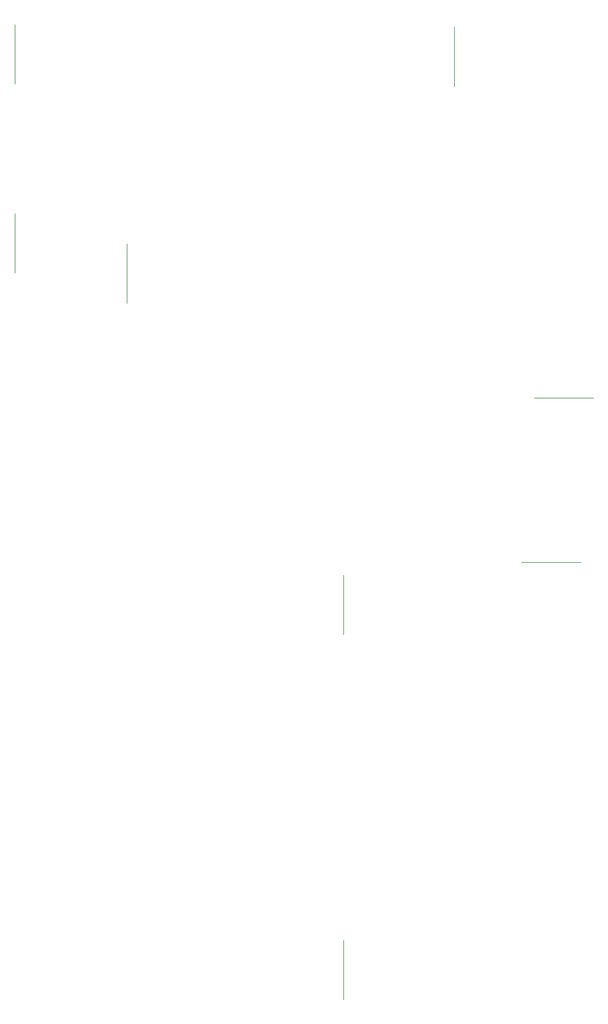
<source format=gbo>
%TF.GenerationSoftware,KiCad,Pcbnew,(6.0.6)*%
%TF.CreationDate,2022-10-07T01:41:05+08:00*%
%TF.ProjectId,7SegmentDisplay_DualLine_NoDriver_10Inches(2),37536567-6d65-46e7-9444-6973706c6179,rev?*%
%TF.SameCoordinates,Original*%
%TF.FileFunction,Legend,Bot*%
%TF.FilePolarity,Positive*%
%FSLAX46Y46*%
G04 Gerber Fmt 4.6, Leading zero omitted, Abs format (unit mm)*
G04 Created by KiCad (PCBNEW (6.0.6)) date 2022-10-07 01:41:05*
%MOMM*%
%LPD*%
G01*
G04 APERTURE LIST*
%ADD10C,0.120000*%
%ADD11R,1.800000X1.800000*%
%ADD12C,1.800000*%
%ADD13C,1.600000*%
%ADD14O,1.600000X1.600000*%
%ADD15R,1.700000X1.700000*%
%ADD16O,1.700000X1.700000*%
%ADD17C,1.400000*%
%ADD18O,1.400000X1.400000*%
%ADD19C,0.900000*%
%ADD20C,8.000000*%
G04 APERTURE END LIST*
D10*
%TO.C,REF\u002A\u002A*%
X367000000Y-53086000D02*
X367000000Y-61214000D01*
X436656000Y-127000000D02*
X444784000Y-127000000D01*
X412200000Y-136914000D02*
X412200000Y-128786000D01*
X382400000Y-83286000D02*
X382400000Y-91414000D01*
X438456000Y-104400000D02*
X446584000Y-104400000D01*
X427400000Y-53456000D02*
X427400000Y-61584000D01*
X367000000Y-79086000D02*
X367000000Y-87214000D01*
X412200000Y-187114000D02*
X412200000Y-178986000D01*
%TD*%
%LPC*%
D11*
%TO.C,REF\u002A\u002A*%
X372025000Y-193942574D03*
D12*
X369485000Y-193942574D03*
%TD*%
D11*
%TO.C,REF\u002A\u002A*%
X372160000Y-67420074D03*
D12*
X369620000Y-67420074D03*
%TD*%
D11*
%TO.C,REF\u002A\u002A*%
X458524960Y40999932D03*
D12*
X455984960Y40999932D03*
%TD*%
D11*
%TO.C,REF\u002A\u002A*%
X323775040Y-175545080D03*
D12*
X321235040Y-175545080D03*
%TD*%
D11*
%TO.C,REF\u002A\u002A*%
X432345000Y-193942574D03*
D12*
X429805000Y-193942574D03*
%TD*%
D11*
%TO.C,REF\u002A\u002A*%
X450524960Y-19000068D03*
D12*
X447984960Y-19000068D03*
%TD*%
D11*
%TO.C,REF\u002A\u002A*%
X327775040Y-183295080D03*
D12*
X325235040Y-183295080D03*
%TD*%
D11*
%TO.C,REF\u002A\u002A*%
X323775040Y-100545080D03*
D12*
X321235040Y-100545080D03*
%TD*%
D13*
%TO.C,REF\u002A\u002A*%
X345580000Y-48875074D03*
D14*
X335420000Y-48875074D03*
%TD*%
D11*
%TO.C,REF\u002A\u002A*%
X450275000Y-160670074D03*
D12*
X447735000Y-160670074D03*
%TD*%
D13*
%TO.C,REF\u002A\u002A*%
X352025000Y-199692574D03*
D14*
X341865000Y-199692574D03*
%TD*%
D11*
%TO.C,REF\u002A\u002A*%
X440269960Y59249932D03*
D12*
X437729960Y59249932D03*
%TD*%
D11*
%TO.C,REF\u002A\u002A*%
X324025000Y-26375074D03*
D12*
X321485000Y-26375074D03*
%TD*%
D13*
%TO.C,REF\u002A\u002A*%
X471830000Y-78170074D03*
D14*
X461670000Y-78170074D03*
%TD*%
D11*
%TO.C,REF\u002A\u002A*%
X447540000Y-63670074D03*
D12*
X445000000Y-63670074D03*
%TD*%
D11*
%TO.C,REF\u002A\u002A*%
X379949960Y67249932D03*
D12*
X377409960Y67249932D03*
%TD*%
D11*
%TO.C,REF\u002A\u002A*%
X424805000Y-193942574D03*
D12*
X422265000Y-193942574D03*
%TD*%
D11*
%TO.C,REF\u002A\u002A*%
X379700000Y-59420074D03*
D12*
X377160000Y-59420074D03*
%TD*%
D11*
%TO.C,REF\u002A\u002A*%
X424805000Y-185942574D03*
D12*
X422265000Y-185942574D03*
%TD*%
D11*
%TO.C,REF\u002A\u002A*%
X458524960Y33499932D03*
D12*
X455984960Y33499932D03*
%TD*%
D11*
%TO.C,REF\u002A\u002A*%
X331775040Y-85545080D03*
D12*
X329235040Y-85545080D03*
%TD*%
D11*
%TO.C,REF\u002A\u002A*%
X331775040Y-78045080D03*
D12*
X329235040Y-78045080D03*
%TD*%
D11*
%TO.C,REF\u002A\u002A*%
X458275000Y-138170074D03*
D12*
X455735000Y-138170074D03*
%TD*%
D11*
%TO.C,REF\u002A\u002A*%
X447789960Y62999932D03*
D12*
X445249960Y62999932D03*
%TD*%
D11*
%TO.C,REF\u002A\u002A*%
X424940000Y-59420074D03*
D12*
X422400000Y-59420074D03*
%TD*%
D11*
%TO.C,REF\u002A\u002A*%
X323775040Y-115545080D03*
D12*
X321235040Y-115545080D03*
%TD*%
D11*
%TO.C,REF\u002A\u002A*%
X332025000Y-48875074D03*
D12*
X329485000Y-48875074D03*
%TD*%
D11*
%TO.C,REF\u002A\u002A*%
X432345000Y-185942574D03*
D12*
X429805000Y-185942574D03*
%TD*%
D11*
%TO.C,REF\u002A\u002A*%
X425189960Y59249932D03*
D12*
X422649960Y59249932D03*
%TD*%
D11*
%TO.C,REF\u002A\u002A*%
X450524960Y-41500068D03*
D12*
X447984960Y-41500068D03*
%TD*%
D11*
%TO.C,REF\u002A\u002A*%
X417649960Y59249932D03*
D12*
X415109960Y59249932D03*
%TD*%
D15*
%TO.C,REF\u002A\u002A*%
X404840000Y-140600000D03*
D16*
X402300000Y-140600000D03*
X399760000Y-140600000D03*
X397220000Y-140600000D03*
X394680000Y-140600000D03*
X392140000Y-140600000D03*
X389600000Y-140600000D03*
X387060000Y-140600000D03*
%TD*%
D11*
%TO.C,REF\u002A\u002A*%
X458524960Y-4000068D03*
D12*
X455984960Y-4000068D03*
%TD*%
D11*
%TO.C,REF\u002A\u002A*%
X387240000Y-67420074D03*
D12*
X384700000Y-67420074D03*
%TD*%
D11*
%TO.C,REF\u002A\u002A*%
X439885000Y-185942574D03*
D12*
X437345000Y-185942574D03*
%TD*%
D13*
%TO.C,REF\u002A\u002A*%
X425000000Y-82250074D03*
D14*
X425000000Y-72090074D03*
%TD*%
D13*
%TO.C,REF\u002A\u002A*%
X472079960Y-26500068D03*
D14*
X461919960Y-26500068D03*
%TD*%
D11*
%TO.C,REF\u002A\u002A*%
X450524960Y-26500068D03*
D12*
X447984960Y-26500068D03*
%TD*%
D11*
%TO.C,REF\u002A\u002A*%
X454524960Y56249932D03*
D12*
X451984960Y56249932D03*
%TD*%
D11*
%TO.C,REF\u002A\u002A*%
X372409960Y67249932D03*
D12*
X369869960Y67249932D03*
%TD*%
D11*
%TO.C,REF\u002A\u002A*%
X331775040Y-145545080D03*
D12*
X329235040Y-145545080D03*
%TD*%
D17*
%TO.C,REF\u002A\u002A*%
X367000000Y-62230000D03*
D18*
X367000000Y-52070000D03*
%TD*%
D11*
%TO.C,REF\u002A\u002A*%
X323775040Y-160545080D03*
D12*
X321235040Y-160545080D03*
%TD*%
D11*
%TO.C,REF\u002A\u002A*%
X450524960Y48499932D03*
D12*
X447984960Y48499932D03*
%TD*%
D13*
%TO.C,REF\u002A\u002A*%
X345330040Y-78045080D03*
D14*
X335170040Y-78045080D03*
%TD*%
D13*
%TO.C,REF\u002A\u002A*%
X387115000Y-208772574D03*
D14*
X387115000Y-198612574D03*
%TD*%
D11*
%TO.C,REF\u002A\u002A*%
X331775040Y-123045080D03*
D12*
X329235040Y-123045080D03*
%TD*%
D11*
%TO.C,REF\u002A\u002A*%
X364869960Y67249932D03*
D12*
X362329960Y67249932D03*
%TD*%
D11*
%TO.C,REF\u002A\u002A*%
X394645000Y-193942574D03*
D12*
X392105000Y-193942574D03*
%TD*%
D11*
%TO.C,REF\u002A\u002A*%
X450524960Y-11500068D03*
D12*
X447984960Y-11500068D03*
%TD*%
D11*
%TO.C,REF\u002A\u002A*%
X332025000Y3624926D03*
D12*
X329485000Y3624926D03*
%TD*%
D13*
%TO.C,REF\u002A\u002A*%
X387499960Y44419932D03*
D14*
X387499960Y54579932D03*
%TD*%
D13*
%TO.C,REF\u002A\u002A*%
X345580000Y41124926D03*
D14*
X335420000Y41124926D03*
%TD*%
D13*
%TO.C,REF\u002A\u002A*%
X437365000Y-208772574D03*
D14*
X437365000Y-198612574D03*
%TD*%
D11*
%TO.C,REF\u002A\u002A*%
X458524960Y25999932D03*
D12*
X455984960Y25999932D03*
%TD*%
D17*
%TO.C,REF\u002A\u002A*%
X445800000Y-127000000D03*
D18*
X435640000Y-127000000D03*
%TD*%
D11*
%TO.C,REF\u002A\u002A*%
X432480000Y-59420074D03*
D12*
X429940000Y-59420074D03*
%TD*%
D11*
%TO.C,REF\u002A\u002A*%
X395029960Y67249932D03*
D12*
X392489960Y67249932D03*
%TD*%
D11*
%TO.C,REF\u002A\u002A*%
X417265000Y-193942574D03*
D12*
X414725000Y-193942574D03*
%TD*%
D13*
%TO.C,REF\u002A\u002A*%
X472079960Y48499932D03*
D14*
X461919960Y48499932D03*
%TD*%
D13*
%TO.C,REF\u002A\u002A*%
X345330040Y-108045080D03*
D14*
X335170040Y-108045080D03*
%TD*%
D11*
%TO.C,REF\u002A\u002A*%
X450524960Y3499932D03*
D12*
X447984960Y3499932D03*
%TD*%
D17*
%TO.C,REF\u002A\u002A*%
X412200000Y-127770000D03*
D18*
X412200000Y-137930000D03*
%TD*%
D17*
%TO.C,REF\u002A\u002A*%
X382400000Y-92430000D03*
D18*
X382400000Y-82270000D03*
%TD*%
D11*
%TO.C,REF\u002A\u002A*%
X450524960Y-34000068D03*
D12*
X447984960Y-34000068D03*
%TD*%
D11*
%TO.C,REF\u002A\u002A*%
X450275000Y-93170074D03*
D12*
X447735000Y-93170074D03*
%TD*%
D11*
%TO.C,REF\u002A\u002A*%
X394780000Y-67420074D03*
D12*
X392240000Y-67420074D03*
%TD*%
D11*
%TO.C,REF\u002A\u002A*%
X331775040Y-115545080D03*
D12*
X329235040Y-115545080D03*
%TD*%
D11*
%TO.C,REF\u002A\u002A*%
X324025000Y-3875074D03*
D12*
X321485000Y-3875074D03*
%TD*%
D11*
%TO.C,REF\u002A\u002A*%
X332025000Y-18875074D03*
D12*
X329485000Y-18875074D03*
%TD*%
D11*
%TO.C,REF\u002A\u002A*%
X332025000Y-41375074D03*
D12*
X329485000Y-41375074D03*
%TD*%
D11*
%TO.C,REF\u002A\u002A*%
X450275000Y-108170074D03*
D12*
X447735000Y-108170074D03*
%TD*%
D11*
%TO.C,REF\u002A\u002A*%
X458275000Y-175670074D03*
D12*
X455735000Y-175670074D03*
%TD*%
D11*
%TO.C,REF\u002A\u002A*%
X387105000Y-193942574D03*
D12*
X384565000Y-193942574D03*
%TD*%
D11*
%TO.C,REF\u002A\u002A*%
X387240000Y-59420074D03*
D12*
X384700000Y-59420074D03*
%TD*%
D11*
%TO.C,REF\u002A\u002A*%
X439885000Y-193942574D03*
D12*
X437345000Y-193942574D03*
%TD*%
D11*
%TO.C,REF\u002A\u002A*%
X458275000Y-93170074D03*
D12*
X455735000Y-93170074D03*
%TD*%
D11*
%TO.C,REF\u002A\u002A*%
X450524960Y25999932D03*
D12*
X447984960Y25999932D03*
%TD*%
D19*
%TO.C,REF\u002A\u002A*%
X484250000Y-206250074D03*
X487250000Y-203250074D03*
X482128680Y-205371394D03*
X481250000Y-203250074D03*
X482128680Y-201128754D03*
X484250000Y-200250074D03*
X486371320Y-201128754D03*
X486371320Y-205371394D03*
D20*
X484250000Y-203250074D03*
%TD*%
D19*
%TO.C,REF\u002A\u002A*%
X304128680Y69871246D03*
X304128680Y65628606D03*
D20*
X306250000Y67749926D03*
D19*
X306250000Y64749926D03*
X308371320Y65628606D03*
X309250000Y67749926D03*
X306250000Y70749926D03*
X303250000Y67749926D03*
X308371320Y69871246D03*
%TD*%
D11*
%TO.C,REF\u002A\u002A*%
X409725000Y-185942574D03*
D12*
X407185000Y-185942574D03*
%TD*%
D11*
%TO.C,REF\u002A\u002A*%
X410109960Y67249932D03*
D12*
X407569960Y67249932D03*
%TD*%
D11*
%TO.C,REF\u002A\u002A*%
X324025000Y41124926D03*
D12*
X321485000Y41124926D03*
%TD*%
D13*
%TO.C,REF\u002A\u002A*%
X472079960Y-34000068D03*
D14*
X461919960Y-34000068D03*
%TD*%
D11*
%TO.C,REF\u002A\u002A*%
X432480000Y-67420074D03*
D12*
X429940000Y-67420074D03*
%TD*%
D13*
%TO.C,REF\u002A\u002A*%
X472079960Y40999932D03*
D14*
X461919960Y40999932D03*
%TD*%
D11*
%TO.C,REF\u002A\u002A*%
X425189960Y67249932D03*
D12*
X422649960Y67249932D03*
%TD*%
D13*
%TO.C,REF\u002A\u002A*%
X472079960Y-4000068D03*
D14*
X461919960Y-4000068D03*
%TD*%
D11*
%TO.C,REF\u002A\u002A*%
X324025000Y3624926D03*
D12*
X321485000Y3624926D03*
%TD*%
D11*
%TO.C,REF\u002A\u002A*%
X324025000Y18624926D03*
D12*
X321485000Y18624926D03*
%TD*%
D11*
%TO.C,REF\u002A\u002A*%
X450275000Y-100670074D03*
D12*
X447735000Y-100670074D03*
%TD*%
D13*
%TO.C,REF\u002A\u002A*%
X364365000Y-208772574D03*
D14*
X364365000Y-198612574D03*
%TD*%
D13*
%TO.C,REF\u002A\u002A*%
X471830000Y-115670074D03*
D14*
X461670000Y-115670074D03*
%TD*%
D11*
%TO.C,REF\u002A\u002A*%
X341865000Y-185942574D03*
D12*
X339325000Y-185942574D03*
%TD*%
D11*
%TO.C,REF\u002A\u002A*%
X356945000Y-193942574D03*
D12*
X354405000Y-193942574D03*
%TD*%
D11*
%TO.C,REF\u002A\u002A*%
X379949960Y59249932D03*
D12*
X377409960Y59249932D03*
%TD*%
D11*
%TO.C,REF\u002A\u002A*%
X440020000Y-67420074D03*
D12*
X437480000Y-67420074D03*
%TD*%
D11*
%TO.C,REF\u002A\u002A*%
X458524960Y-34000068D03*
D12*
X455984960Y-34000068D03*
%TD*%
D11*
%TO.C,REF\u002A\u002A*%
X328025000Y56374926D03*
D12*
X325485000Y56374926D03*
%TD*%
D13*
%TO.C,REF\u002A\u002A*%
X471910000Y-93170074D03*
D14*
X461750000Y-93170074D03*
%TD*%
D11*
%TO.C,REF\u002A\u002A*%
X409860000Y-59420074D03*
D12*
X407320000Y-59420074D03*
%TD*%
D13*
%TO.C,REF\u002A\u002A*%
X472079960Y-11500068D03*
D14*
X461919960Y-11500068D03*
%TD*%
D11*
%TO.C,REF\u002A\u002A*%
X450275000Y-145670074D03*
D12*
X447735000Y-145670074D03*
%TD*%
D11*
%TO.C,REF\u002A\u002A*%
X440020000Y-59420074D03*
D12*
X437480000Y-59420074D03*
%TD*%
D11*
%TO.C,REF\u002A\u002A*%
X331775040Y-175545080D03*
D12*
X329235040Y-175545080D03*
%TD*%
D13*
%TO.C,REF\u002A\u002A*%
X471830000Y-108170074D03*
D14*
X461670000Y-108170074D03*
%TD*%
D13*
%TO.C,REF\u002A\u002A*%
X472079960Y18499932D03*
D14*
X461919960Y18499932D03*
%TD*%
D11*
%TO.C,REF\u002A\u002A*%
X450275000Y-123170074D03*
D12*
X447735000Y-123170074D03*
%TD*%
D11*
%TO.C,REF\u002A\u002A*%
X394645000Y-185942574D03*
D12*
X392105000Y-185942574D03*
%TD*%
D11*
%TO.C,REF\u002A\u002A*%
X332025000Y41124926D03*
D12*
X329485000Y41124926D03*
%TD*%
D13*
%TO.C,REF\u002A\u002A*%
X471830000Y-130670074D03*
D14*
X461670000Y-130670074D03*
%TD*%
D11*
%TO.C,REF\u002A\u002A*%
X458524960Y3499932D03*
D12*
X455984960Y3499932D03*
%TD*%
D11*
%TO.C,REF\u002A\u002A*%
X450275000Y-138170074D03*
D12*
X447735000Y-138170074D03*
%TD*%
D13*
%TO.C,REF\u002A\u002A*%
X409615000Y-208772574D03*
D14*
X409615000Y-198612574D03*
%TD*%
D11*
%TO.C,REF\u002A\u002A*%
X402569960Y67249932D03*
D12*
X400029960Y67249932D03*
%TD*%
D11*
%TO.C,REF\u002A\u002A*%
X458524960Y18499932D03*
D12*
X455984960Y18499932D03*
%TD*%
D11*
%TO.C,REF\u002A\u002A*%
X332025000Y26124926D03*
D12*
X329485000Y26124926D03*
%TD*%
D13*
%TO.C,REF\u002A\u002A*%
X379615000Y-208772574D03*
D14*
X379615000Y-198612574D03*
%TD*%
D11*
%TO.C,REF\u002A\u002A*%
X332025000Y11124926D03*
D12*
X329485000Y11124926D03*
%TD*%
D11*
%TO.C,REF\u002A\u002A*%
X332025000Y33624926D03*
D12*
X329485000Y33624926D03*
%TD*%
D11*
%TO.C,REF\u002A\u002A*%
X372409960Y59249932D03*
D12*
X369869960Y59249932D03*
%TD*%
D11*
%TO.C,REF\u002A\u002A*%
X458524960Y-26500068D03*
D12*
X455984960Y-26500068D03*
%TD*%
D11*
%TO.C,REF\u002A\u002A*%
X332025000Y-26375074D03*
D12*
X329485000Y-26375074D03*
%TD*%
D11*
%TO.C,REF\u002A\u002A*%
X379565000Y-185942574D03*
D12*
X377025000Y-185942574D03*
%TD*%
D15*
%TO.C,REF\u002A\u002A*%
X404875000Y-145400000D03*
D16*
X402335000Y-145400000D03*
X399795000Y-145400000D03*
X397255000Y-145400000D03*
X394715000Y-145400000D03*
X392175000Y-145400000D03*
X389635000Y-145400000D03*
X387095000Y-145400000D03*
%TD*%
D11*
%TO.C,REF\u002A\u002A*%
X323775040Y-123045080D03*
D12*
X321235040Y-123045080D03*
%TD*%
D13*
%TO.C,REF\u002A\u002A*%
X379750000Y-82250074D03*
D14*
X379750000Y-72090074D03*
%TD*%
D11*
%TO.C,REF\u002A\u002A*%
X372160000Y-59420074D03*
D12*
X369620000Y-59420074D03*
%TD*%
D13*
%TO.C,REF\u002A\u002A*%
X402250000Y-82250074D03*
D14*
X402250000Y-72090074D03*
%TD*%
D11*
%TO.C,REF\u002A\u002A*%
X424940000Y-67420074D03*
D12*
X422400000Y-67420074D03*
%TD*%
D11*
%TO.C,REF\u002A\u002A*%
X323775040Y-108045080D03*
D12*
X321235040Y-108045080D03*
%TD*%
D11*
%TO.C,REF\u002A\u002A*%
X454275000Y-70420074D03*
D12*
X451735000Y-70420074D03*
%TD*%
D11*
%TO.C,REF\u002A\u002A*%
X458524960Y-19000068D03*
D12*
X455984960Y-19000068D03*
%TD*%
D11*
%TO.C,REF\u002A\u002A*%
X402185000Y-185942574D03*
D12*
X399645000Y-185942574D03*
%TD*%
D11*
%TO.C,REF\u002A\u002A*%
X395029960Y59249932D03*
D12*
X392489960Y59249932D03*
%TD*%
D11*
%TO.C,REF\u002A\u002A*%
X332025000Y48624926D03*
D12*
X329485000Y48624926D03*
%TD*%
D11*
%TO.C,REF\u002A\u002A*%
X402185000Y-193942574D03*
D12*
X399645000Y-193942574D03*
%TD*%
D13*
%TO.C,REF\u002A\u002A*%
X437500000Y-82250074D03*
D14*
X437500000Y-72090074D03*
%TD*%
D11*
%TO.C,REF\u002A\u002A*%
X458524960Y48499932D03*
D12*
X455984960Y48499932D03*
%TD*%
D11*
%TO.C,REF\u002A\u002A*%
X324025000Y26124926D03*
D12*
X321485000Y26124926D03*
%TD*%
D11*
%TO.C,REF\u002A\u002A*%
X356945000Y-185942574D03*
D12*
X354405000Y-185942574D03*
%TD*%
D13*
%TO.C,REF\u002A\u002A*%
X345580000Y-11375074D03*
D14*
X335420000Y-11375074D03*
%TD*%
D11*
%TO.C,REF\u002A\u002A*%
X458275000Y-108170074D03*
D12*
X455735000Y-108170074D03*
%TD*%
D13*
%TO.C,REF\u002A\u002A*%
X345580000Y18624926D03*
D14*
X335420000Y18624926D03*
%TD*%
D11*
%TO.C,REF\u002A\u002A*%
X334525000Y-63420074D03*
D12*
X331985000Y-63420074D03*
%TD*%
D11*
%TO.C,REF\u002A\u002A*%
X409860000Y-67420074D03*
D12*
X407320000Y-67420074D03*
%TD*%
D11*
%TO.C,REF\u002A\u002A*%
X458275000Y-160670074D03*
D12*
X455735000Y-160670074D03*
%TD*%
D13*
%TO.C,REF\u002A\u002A*%
X471830000Y-153170074D03*
D14*
X461670000Y-153170074D03*
%TD*%
D19*
%TO.C,REF\u002A\u002A*%
X304128680Y-201128754D03*
D20*
X306250000Y-203250074D03*
D19*
X308371320Y-205371394D03*
X309250000Y-203250074D03*
X304128680Y-205371394D03*
X306250000Y-200250074D03*
X306250000Y-206250074D03*
X308371320Y-201128754D03*
X303250000Y-203250074D03*
%TD*%
D11*
%TO.C,REF\u002A\u002A*%
X432729960Y59249932D03*
D12*
X430189960Y59249932D03*
%TD*%
D13*
%TO.C,REF\u002A\u002A*%
X345410040Y-93045080D03*
D14*
X335250040Y-93045080D03*
%TD*%
D11*
%TO.C,REF\u002A\u002A*%
X402320000Y-67420074D03*
D12*
X399780000Y-67420074D03*
%TD*%
D11*
%TO.C,REF\u002A\u002A*%
X458275000Y-78170074D03*
D12*
X455735000Y-78170074D03*
%TD*%
D11*
%TO.C,REF\u002A\u002A*%
X357329960Y59249932D03*
D12*
X354789960Y59249932D03*
%TD*%
D11*
%TO.C,REF\u002A\u002A*%
X342249960Y67249932D03*
D12*
X339709960Y67249932D03*
%TD*%
D17*
%TO.C,REF\u002A\u002A*%
X447600000Y-104400000D03*
D18*
X437440000Y-104400000D03*
%TD*%
D11*
%TO.C,REF\u002A\u002A*%
X458275000Y-168170074D03*
D12*
X455735000Y-168170074D03*
%TD*%
D11*
%TO.C,REF\u002A\u002A*%
X458275000Y-130670074D03*
D12*
X455735000Y-130670074D03*
%TD*%
D11*
%TO.C,REF\u002A\u002A*%
X349405000Y-185942574D03*
D12*
X346865000Y-185942574D03*
%TD*%
D13*
%TO.C,REF\u002A\u002A*%
X402115000Y-208772574D03*
D14*
X402115000Y-198612574D03*
%TD*%
D13*
%TO.C,REF\u002A\u002A*%
X345330040Y-115545080D03*
D14*
X335170040Y-115545080D03*
%TD*%
D11*
%TO.C,REF\u002A\u002A*%
X417649960Y67249932D03*
D12*
X415109960Y67249932D03*
%TD*%
D11*
%TO.C,REF\u002A\u002A*%
X387105000Y-185942574D03*
D12*
X384565000Y-185942574D03*
%TD*%
D11*
%TO.C,REF\u002A\u002A*%
X331775040Y-160545080D03*
D12*
X329235040Y-160545080D03*
%TD*%
D11*
%TO.C,REF\u002A\u002A*%
X458524960Y-49000068D03*
D12*
X455984960Y-49000068D03*
%TD*%
D17*
%TO.C,REF\u002A\u002A*%
X427400000Y-62600000D03*
D18*
X427400000Y-52440000D03*
%TD*%
D13*
%TO.C,REF\u002A\u002A*%
X345330040Y-175545080D03*
D14*
X335170040Y-175545080D03*
%TD*%
D11*
%TO.C,REF\u002A\u002A*%
X332025000Y-3875074D03*
D12*
X329485000Y-3875074D03*
%TD*%
D11*
%TO.C,REF\u002A\u002A*%
X323775040Y-153045080D03*
D12*
X321235040Y-153045080D03*
%TD*%
D11*
%TO.C,REF\u002A\u002A*%
X387489960Y67249932D03*
D12*
X384949960Y67249932D03*
%TD*%
D11*
%TO.C,REF\u002A\u002A*%
X323775040Y-168045080D03*
D12*
X321235040Y-168045080D03*
%TD*%
D11*
%TO.C,REF\u002A\u002A*%
X364620000Y-59420074D03*
D12*
X362080000Y-59420074D03*
%TD*%
D13*
%TO.C,REF\u002A\u002A*%
X345580000Y-3875074D03*
D14*
X335420000Y-3875074D03*
%TD*%
D17*
%TO.C,REF\u002A\u002A*%
X367000000Y-88230000D03*
D18*
X367000000Y-78070000D03*
%TD*%
D11*
%TO.C,REF\u002A\u002A*%
X331775040Y-168045080D03*
D12*
X329235040Y-168045080D03*
%TD*%
D11*
%TO.C,REF\u002A\u002A*%
X450524960Y-4000068D03*
D12*
X447984960Y-4000068D03*
%TD*%
D11*
%TO.C,REF\u002A\u002A*%
X432729960Y67249932D03*
D12*
X430189960Y67249932D03*
%TD*%
D11*
%TO.C,REF\u002A\u002A*%
X324025000Y33624926D03*
D12*
X321485000Y33624926D03*
%TD*%
D13*
%TO.C,REF\u002A\u002A*%
X345580000Y-33875074D03*
D14*
X335420000Y-33875074D03*
%TD*%
D13*
%TO.C,REF\u002A\u002A*%
X432365000Y-208772574D03*
D14*
X432365000Y-198612574D03*
%TD*%
D11*
%TO.C,REF\u002A\u002A*%
X323775040Y-85545080D03*
D12*
X321235040Y-85545080D03*
%TD*%
D11*
%TO.C,REF\u002A\u002A*%
X450275000Y-168170074D03*
D12*
X447735000Y-168170074D03*
%TD*%
D13*
%TO.C,REF\u002A\u002A*%
X352409960Y53499932D03*
D14*
X342249960Y53499932D03*
%TD*%
D13*
%TO.C,REF\u002A\u002A*%
X345330040Y-160545080D03*
D14*
X335170040Y-160545080D03*
%TD*%
D13*
%TO.C,REF\u002A\u002A*%
X345580000Y11124926D03*
D14*
X335420000Y11124926D03*
%TD*%
D11*
%TO.C,REF\u002A\u002A*%
X331775040Y-153045080D03*
D12*
X329235040Y-153045080D03*
%TD*%
D11*
%TO.C,REF\u002A\u002A*%
X447405000Y-190192574D03*
D12*
X444865000Y-190192574D03*
%TD*%
D11*
%TO.C,REF\u002A\u002A*%
X323775040Y-93045080D03*
D12*
X321235040Y-93045080D03*
%TD*%
D11*
%TO.C,REF\u002A\u002A*%
X349789960Y67249932D03*
D12*
X347249960Y67249932D03*
%TD*%
D11*
%TO.C,REF\u002A\u002A*%
X417400000Y-59420074D03*
D12*
X414860000Y-59420074D03*
%TD*%
D11*
%TO.C,REF\u002A\u002A*%
X450524960Y33499932D03*
D12*
X447984960Y33499932D03*
%TD*%
D13*
%TO.C,REF\u002A\u002A*%
X437749960Y44419932D03*
D14*
X437749960Y54579932D03*
%TD*%
D11*
%TO.C,REF\u002A\u002A*%
X324025000Y48624926D03*
D12*
X321485000Y48624926D03*
%TD*%
D11*
%TO.C,REF\u002A\u002A*%
X379565000Y-193942574D03*
D12*
X377025000Y-193942574D03*
%TD*%
D11*
%TO.C,REF\u002A\u002A*%
X450524960Y10999932D03*
D12*
X447984960Y10999932D03*
%TD*%
D11*
%TO.C,REF\u002A\u002A*%
X458275000Y-123170074D03*
D12*
X455735000Y-123170074D03*
%TD*%
D13*
%TO.C,REF\u002A\u002A*%
X345580000Y48624926D03*
D14*
X335420000Y48624926D03*
%TD*%
D11*
%TO.C,REF\u002A\u002A*%
X417265000Y-185942574D03*
D12*
X414725000Y-185942574D03*
%TD*%
D13*
%TO.C,REF\u002A\u002A*%
X472159960Y33499932D03*
D14*
X461999960Y33499932D03*
%TD*%
D13*
%TO.C,REF\u002A\u002A*%
X357000000Y-82250074D03*
D14*
X357000000Y-72090074D03*
%TD*%
D11*
%TO.C,REF\u002A\u002A*%
X458524960Y-11500068D03*
D12*
X455984960Y-11500068D03*
%TD*%
D11*
%TO.C,REF\u002A\u002A*%
X324025000Y11124926D03*
D12*
X321485000Y11124926D03*
%TD*%
D11*
%TO.C,REF\u002A\u002A*%
X357080000Y-67420074D03*
D12*
X354540000Y-67420074D03*
%TD*%
D11*
%TO.C,REF\u002A\u002A*%
X450275000Y-175670074D03*
D12*
X447735000Y-175670074D03*
%TD*%
D11*
%TO.C,REF\u002A\u002A*%
X323775040Y-138045080D03*
D12*
X321235040Y-138045080D03*
%TD*%
D11*
%TO.C,REF\u002A\u002A*%
X357329960Y67249932D03*
D12*
X354789960Y67249932D03*
%TD*%
D11*
%TO.C,REF\u002A\u002A*%
X458275000Y-153170074D03*
D12*
X455735000Y-153170074D03*
%TD*%
D11*
%TO.C,REF\u002A\u002A*%
X349405000Y-193942574D03*
D12*
X346865000Y-193942574D03*
%TD*%
D13*
%TO.C,REF\u002A\u002A*%
X471830000Y-160670074D03*
D14*
X461670000Y-160670074D03*
%TD*%
D11*
%TO.C,REF\u002A\u002A*%
X450275000Y-115670074D03*
D12*
X447735000Y-115670074D03*
%TD*%
D11*
%TO.C,REF\u002A\u002A*%
X332025000Y-11375074D03*
D12*
X329485000Y-11375074D03*
%TD*%
D11*
%TO.C,REF\u002A\u002A*%
X331775040Y-108045080D03*
D12*
X329235040Y-108045080D03*
%TD*%
D11*
%TO.C,REF\u002A\u002A*%
X349789960Y59249932D03*
D12*
X347249960Y59249932D03*
%TD*%
D11*
%TO.C,REF\u002A\u002A*%
X324025000Y-48875074D03*
D12*
X321485000Y-48875074D03*
%TD*%
D11*
%TO.C,REF\u002A\u002A*%
X327775040Y-70295080D03*
D12*
X325235040Y-70295080D03*
%TD*%
D11*
%TO.C,REF\u002A\u002A*%
X349540000Y-67420074D03*
D12*
X347000000Y-67420074D03*
%TD*%
D13*
%TO.C,REF\u002A\u002A*%
X471830000Y-175670074D03*
D14*
X461670000Y-175670074D03*
%TD*%
D13*
%TO.C,REF\u002A\u002A*%
X364749960Y44419932D03*
D14*
X364749960Y54579932D03*
%TD*%
D11*
%TO.C,REF\u002A\u002A*%
X341890000Y-193942574D03*
D12*
X339350000Y-193942574D03*
%TD*%
D11*
%TO.C,REF\u002A\u002A*%
X450524960Y-49000068D03*
D12*
X447984960Y-49000068D03*
%TD*%
D11*
%TO.C,REF\u002A\u002A*%
X454275000Y-183420074D03*
D12*
X451735000Y-183420074D03*
%TD*%
D11*
%TO.C,REF\u002A\u002A*%
X440269960Y67249932D03*
D12*
X437729960Y67249932D03*
%TD*%
D13*
%TO.C,REF\u002A\u002A*%
X345330040Y-153045080D03*
D14*
X335170040Y-153045080D03*
%TD*%
D11*
%TO.C,REF\u002A\u002A*%
X328025000Y-56625074D03*
D12*
X325485000Y-56625074D03*
%TD*%
D11*
%TO.C,REF\u002A\u002A*%
X458524960Y10999932D03*
D12*
X455984960Y10999932D03*
%TD*%
D11*
%TO.C,REF\u002A\u002A*%
X334774960Y63249932D03*
D12*
X332234960Y63249932D03*
%TD*%
D11*
%TO.C,REF\u002A\u002A*%
X364869960Y59249932D03*
D12*
X362329960Y59249932D03*
%TD*%
D11*
%TO.C,REF\u002A\u002A*%
X458275000Y-145670074D03*
D12*
X455735000Y-145670074D03*
%TD*%
D11*
%TO.C,REF\u002A\u002A*%
X409725000Y-193942574D03*
D12*
X407185000Y-193942574D03*
%TD*%
D11*
%TO.C,REF\u002A\u002A*%
X323775040Y-78045080D03*
D12*
X321235040Y-78045080D03*
%TD*%
D13*
%TO.C,REF\u002A\u002A*%
X345580000Y-26375074D03*
D14*
X335420000Y-26375074D03*
%TD*%
D11*
%TO.C,REF\u002A\u002A*%
X324025000Y-18875074D03*
D12*
X321485000Y-18875074D03*
%TD*%
D13*
%TO.C,REF\u002A\u002A*%
X425249960Y44419932D03*
D14*
X425249960Y54579932D03*
%TD*%
D11*
%TO.C,REF\u002A\u002A*%
X324025000Y-33875074D03*
D12*
X321485000Y-33875074D03*
%TD*%
D11*
%TO.C,REF\u002A\u002A*%
X342274960Y59249932D03*
D12*
X339734960Y59249932D03*
%TD*%
D13*
%TO.C,REF\u002A\u002A*%
X345330040Y-138045080D03*
D14*
X335170040Y-138045080D03*
%TD*%
D11*
%TO.C,REF\u002A\u002A*%
X334390000Y-189942574D03*
D12*
X331850000Y-189942574D03*
%TD*%
D11*
%TO.C,REF\u002A\u002A*%
X342000000Y-59420074D03*
D12*
X339460000Y-59420074D03*
%TD*%
D13*
%TO.C,REF\u002A\u002A*%
X432749960Y44419932D03*
D14*
X432749960Y54579932D03*
%TD*%
D13*
%TO.C,REF\u002A\u002A*%
X402499960Y44419932D03*
D14*
X402499960Y54579932D03*
%TD*%
D13*
%TO.C,REF\u002A\u002A*%
X471830000Y-85670074D03*
D14*
X461670000Y-85670074D03*
%TD*%
D13*
%TO.C,REF\u002A\u002A*%
X352160000Y-73170074D03*
D14*
X342000000Y-73170074D03*
%TD*%
D11*
%TO.C,REF\u002A\u002A*%
X364485000Y-185942574D03*
D12*
X361945000Y-185942574D03*
%TD*%
D13*
%TO.C,REF\u002A\u002A*%
X409750000Y-82250074D03*
D14*
X409750000Y-72090074D03*
%TD*%
D13*
%TO.C,REF\u002A\u002A*%
X432500000Y-82250074D03*
D14*
X432500000Y-72090074D03*
%TD*%
D11*
%TO.C,REF\u002A\u002A*%
X323775040Y-145545080D03*
D12*
X321235040Y-145545080D03*
%TD*%
D13*
%TO.C,REF\u002A\u002A*%
X472079960Y10999932D03*
D14*
X461919960Y10999932D03*
%TD*%
D11*
%TO.C,REF\u002A\u002A*%
X364620000Y-67420074D03*
D12*
X362080000Y-67420074D03*
%TD*%
D11*
%TO.C,REF\u002A\u002A*%
X450275000Y-130670074D03*
D12*
X447735000Y-130670074D03*
%TD*%
D11*
%TO.C,REF\u002A\u002A*%
X454524960Y-56750068D03*
D12*
X451984960Y-56750068D03*
%TD*%
D13*
%TO.C,REF\u002A\u002A*%
X424865000Y-208772574D03*
D14*
X424865000Y-198612574D03*
%TD*%
D11*
%TO.C,REF\u002A\u002A*%
X331775040Y-138045080D03*
D12*
X329235040Y-138045080D03*
%TD*%
D13*
%TO.C,REF\u002A\u002A*%
X472079960Y-49000068D03*
D14*
X461919960Y-49000068D03*
%TD*%
D11*
%TO.C,REF\u002A\u002A*%
X372025000Y-185942574D03*
D12*
X369485000Y-185942574D03*
%TD*%
D13*
%TO.C,REF\u002A\u002A*%
X345330040Y-130545080D03*
D14*
X335170040Y-130545080D03*
%TD*%
D13*
%TO.C,REF\u002A\u002A*%
X364500000Y-82250074D03*
D14*
X364500000Y-72090074D03*
%TD*%
D11*
%TO.C,REF\u002A\u002A*%
X417400000Y-67420074D03*
D12*
X414860000Y-67420074D03*
%TD*%
D11*
%TO.C,REF\u002A\u002A*%
X324025000Y-41375074D03*
D12*
X321485000Y-41375074D03*
%TD*%
D13*
%TO.C,REF\u002A\u002A*%
X345330040Y-85545080D03*
D14*
X335170040Y-85545080D03*
%TD*%
D11*
%TO.C,REF\u002A\u002A*%
X364485000Y-193942574D03*
D12*
X361945000Y-193942574D03*
%TD*%
D11*
%TO.C,REF\u002A\u002A*%
X331775040Y-100545080D03*
D12*
X329235040Y-100545080D03*
%TD*%
D20*
%TO.C,*%
X484250000Y67749926D03*
%TD*%
D11*
%TO.C,REF\u002A\u002A*%
X450275000Y-153170074D03*
D12*
X447735000Y-153170074D03*
%TD*%
D13*
%TO.C,REF\u002A\u002A*%
X471830000Y-138170074D03*
D14*
X461670000Y-138170074D03*
%TD*%
D13*
%TO.C,REF\u002A\u002A*%
X379999960Y44419932D03*
D14*
X379999960Y54579932D03*
%TD*%
D11*
%TO.C,REF\u002A\u002A*%
X331775040Y-130545080D03*
D12*
X329235040Y-130545080D03*
%TD*%
D13*
%TO.C,REF\u002A\u002A*%
X409999960Y44419932D03*
D14*
X409999960Y54579932D03*
%TD*%
D11*
%TO.C,REF\u002A\u002A*%
X450275000Y-78170074D03*
D12*
X447735000Y-78170074D03*
%TD*%
D11*
%TO.C,REF\u002A\u002A*%
X387489960Y59249932D03*
D12*
X384949960Y59249932D03*
%TD*%
D11*
%TO.C,REF\u002A\u002A*%
X331775040Y-93045080D03*
D12*
X329235040Y-93045080D03*
%TD*%
D13*
%TO.C,REF\u002A\u002A*%
X387250000Y-82250074D03*
D14*
X387250000Y-72090074D03*
%TD*%
D11*
%TO.C,REF\u002A\u002A*%
X332025000Y-33875074D03*
D12*
X329485000Y-33875074D03*
%TD*%
D13*
%TO.C,REF\u002A\u002A*%
X357249960Y44419932D03*
D14*
X357249960Y54579932D03*
%TD*%
D11*
%TO.C,REF\u002A\u002A*%
X332025000Y18624926D03*
D12*
X329485000Y18624926D03*
%TD*%
D11*
%TO.C,REF\u002A\u002A*%
X450524960Y18499932D03*
D12*
X447984960Y18499932D03*
%TD*%
D13*
%TO.C,REF\u002A\u002A*%
X345660000Y33624926D03*
D14*
X335500000Y33624926D03*
%TD*%
D11*
%TO.C,REF\u002A\u002A*%
X342025000Y-67420074D03*
D12*
X339485000Y-67420074D03*
%TD*%
D11*
%TO.C,REF\u002A\u002A*%
X458275000Y-115670074D03*
D12*
X455735000Y-115670074D03*
%TD*%
D13*
%TO.C,REF\u002A\u002A*%
X356865000Y-208772574D03*
D14*
X356865000Y-198612574D03*
%TD*%
D11*
%TO.C,REF\u002A\u002A*%
X357080000Y-59420074D03*
D12*
X354540000Y-59420074D03*
%TD*%
D11*
%TO.C,REF\u002A\u002A*%
X450275000Y-85670074D03*
D12*
X447735000Y-85670074D03*
%TD*%
D11*
%TO.C,REF\u002A\u002A*%
X458524960Y-41500068D03*
D12*
X455984960Y-41500068D03*
%TD*%
D11*
%TO.C,REF\u002A\u002A*%
X349540000Y-59420074D03*
D12*
X347000000Y-59420074D03*
%TD*%
D11*
%TO.C,REF\u002A\u002A*%
X324025000Y-11375074D03*
D12*
X321485000Y-11375074D03*
%TD*%
D11*
%TO.C,REF\u002A\u002A*%
X402569960Y59249932D03*
D12*
X400029960Y59249932D03*
%TD*%
D11*
%TO.C,REF\u002A\u002A*%
X402320000Y-59420074D03*
D12*
X399780000Y-59420074D03*
%TD*%
D11*
%TO.C,REF\u002A\u002A*%
X458275000Y-85670074D03*
D12*
X455735000Y-85670074D03*
%TD*%
D11*
%TO.C,REF\u002A\u002A*%
X394780000Y-59420074D03*
D12*
X392240000Y-59420074D03*
%TD*%
D11*
%TO.C,REF\u002A\u002A*%
X410109960Y59249932D03*
D12*
X407569960Y59249932D03*
%TD*%
D11*
%TO.C,REF\u002A\u002A*%
X379700000Y-67420074D03*
D12*
X377160000Y-67420074D03*
%TD*%
D11*
%TO.C,REF\u002A\u002A*%
X450524960Y40999932D03*
D12*
X447984960Y40999932D03*
%TD*%
D17*
%TO.C,REF\u002A\u002A*%
X412200000Y-177970000D03*
D18*
X412200000Y-188130000D03*
%TD*%
D11*
%TO.C,REF\u002A\u002A*%
X458275000Y-100670074D03*
D12*
X455735000Y-100670074D03*
%TD*%
D11*
%TO.C,REF\u002A\u002A*%
X323775040Y-130545080D03*
D12*
X321235040Y-130545080D03*
%TD*%
M02*

</source>
